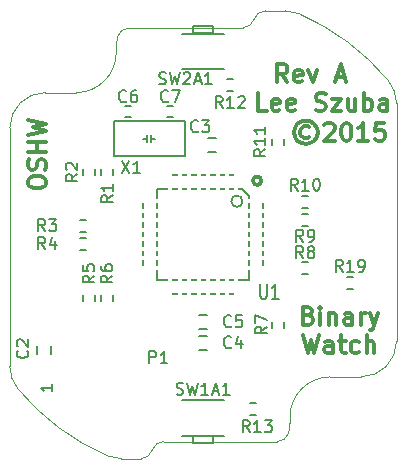
<source format=gto>
%FSLAX46Y46*%
G04 Gerber Fmt 4.6, Leading zero omitted, Abs format (unit mm)*
G04 Created by KiCad (PCBNEW (2014-jul-16 BZR unknown)-product) date Fri 15 May 2015 05:11:27 PM EDT*
%MOMM*%
G01*
G04 APERTURE LIST*
%ADD10C,0.150000*%
%ADD11C,0.300000*%
%ADD12C,0.010000*%
%ADD13C,0.152400*%
%ADD14C,0.203200*%
%ADD15R,0.800000X0.750000*%
%ADD16R,0.600000X0.500000*%
%ADD17R,0.600000X0.400000*%
%ADD18R,0.400000X0.600000*%
%ADD19C,0.710000*%
%ADD20R,1.400000X1.050000*%
%ADD21R,0.449580X1.998980*%
%ADD22R,1.998980X0.449580*%
%ADD23R,1.700000X1.900000*%
%ADD24R,0.750000X0.800000*%
%ADD25R,1.524000X1.524000*%
%ADD26C,0.889000*%
G04 APERTURE END LIST*
D10*
D11*
X-14821429Y4300000D02*
X-14821429Y4585714D01*
X-14750000Y4728572D01*
X-14607143Y4871429D01*
X-14321429Y4942857D01*
X-13821429Y4942857D01*
X-13535714Y4871429D01*
X-13392857Y4728572D01*
X-13321429Y4585714D01*
X-13321429Y4300000D01*
X-13392857Y4157143D01*
X-13535714Y4014286D01*
X-13821429Y3942857D01*
X-14321429Y3942857D01*
X-14607143Y4014286D01*
X-14750000Y4157143D01*
X-14821429Y4300000D01*
X-13392857Y5514286D02*
X-13321429Y5728572D01*
X-13321429Y6085715D01*
X-13392857Y6228572D01*
X-13464286Y6300001D01*
X-13607143Y6371429D01*
X-13750000Y6371429D01*
X-13892857Y6300001D01*
X-13964286Y6228572D01*
X-14035714Y6085715D01*
X-14107143Y5800001D01*
X-14178571Y5657143D01*
X-14250000Y5585715D01*
X-14392857Y5514286D01*
X-14535714Y5514286D01*
X-14678571Y5585715D01*
X-14750000Y5657143D01*
X-14821429Y5800001D01*
X-14821429Y6157143D01*
X-14750000Y6371429D01*
X-13321429Y7014286D02*
X-14821429Y7014286D01*
X-14107143Y7014286D02*
X-14107143Y7871429D01*
X-13321429Y7871429D02*
X-14821429Y7871429D01*
X-14821429Y8442858D02*
X-13321429Y8800001D01*
X-14392857Y9085715D01*
X-13321429Y9371429D01*
X-14821429Y9728572D01*
X8914143Y-6820857D02*
X9128429Y-6892286D01*
X9199857Y-6963714D01*
X9271286Y-7106571D01*
X9271286Y-7320857D01*
X9199857Y-7463714D01*
X9128429Y-7535143D01*
X8985571Y-7606571D01*
X8414143Y-7606571D01*
X8414143Y-6106571D01*
X8914143Y-6106571D01*
X9057000Y-6178000D01*
X9128429Y-6249429D01*
X9199857Y-6392286D01*
X9199857Y-6535143D01*
X9128429Y-6678000D01*
X9057000Y-6749429D01*
X8914143Y-6820857D01*
X8414143Y-6820857D01*
X9914143Y-7606571D02*
X9914143Y-6606571D01*
X9914143Y-6106571D02*
X9842714Y-6178000D01*
X9914143Y-6249429D01*
X9985571Y-6178000D01*
X9914143Y-6106571D01*
X9914143Y-6249429D01*
X10628429Y-6606571D02*
X10628429Y-7606571D01*
X10628429Y-6749429D02*
X10699857Y-6678000D01*
X10842715Y-6606571D01*
X11057000Y-6606571D01*
X11199857Y-6678000D01*
X11271286Y-6820857D01*
X11271286Y-7606571D01*
X12628429Y-7606571D02*
X12628429Y-6820857D01*
X12557000Y-6678000D01*
X12414143Y-6606571D01*
X12128429Y-6606571D01*
X11985572Y-6678000D01*
X12628429Y-7535143D02*
X12485572Y-7606571D01*
X12128429Y-7606571D01*
X11985572Y-7535143D01*
X11914143Y-7392286D01*
X11914143Y-7249429D01*
X11985572Y-7106571D01*
X12128429Y-7035143D01*
X12485572Y-7035143D01*
X12628429Y-6963714D01*
X13342715Y-7606571D02*
X13342715Y-6606571D01*
X13342715Y-6892286D02*
X13414143Y-6749429D01*
X13485572Y-6678000D01*
X13628429Y-6606571D01*
X13771286Y-6606571D01*
X14128429Y-6606571D02*
X14485572Y-7606571D01*
X14842714Y-6606571D02*
X14485572Y-7606571D01*
X14342714Y-7963714D01*
X14271286Y-8035143D01*
X14128429Y-8106571D01*
X8485572Y-8506571D02*
X8842715Y-10006571D01*
X9128429Y-8935143D01*
X9414143Y-10006571D01*
X9771286Y-8506571D01*
X10985572Y-10006571D02*
X10985572Y-9220857D01*
X10914143Y-9078000D01*
X10771286Y-9006571D01*
X10485572Y-9006571D01*
X10342715Y-9078000D01*
X10985572Y-9935143D02*
X10842715Y-10006571D01*
X10485572Y-10006571D01*
X10342715Y-9935143D01*
X10271286Y-9792286D01*
X10271286Y-9649429D01*
X10342715Y-9506571D01*
X10485572Y-9435143D01*
X10842715Y-9435143D01*
X10985572Y-9363714D01*
X11485572Y-9006571D02*
X12057001Y-9006571D01*
X11699858Y-8506571D02*
X11699858Y-9792286D01*
X11771286Y-9935143D01*
X11914144Y-10006571D01*
X12057001Y-10006571D01*
X13199858Y-9935143D02*
X13057001Y-10006571D01*
X12771287Y-10006571D01*
X12628429Y-9935143D01*
X12557001Y-9863714D01*
X12485572Y-9720857D01*
X12485572Y-9292286D01*
X12557001Y-9149429D01*
X12628429Y-9078000D01*
X12771287Y-9006571D01*
X13057001Y-9006571D01*
X13199858Y-9078000D01*
X13842715Y-10006571D02*
X13842715Y-8506571D01*
X14485572Y-10006571D02*
X14485572Y-9220857D01*
X14414143Y-9078000D01*
X14271286Y-9006571D01*
X14057001Y-9006571D01*
X13914143Y-9078000D01*
X13842715Y-9149429D01*
X7135715Y12921429D02*
X6635715Y13635714D01*
X6278572Y12921429D02*
X6278572Y14421429D01*
X6850000Y14421429D01*
X6992858Y14350000D01*
X7064286Y14278571D01*
X7135715Y14135714D01*
X7135715Y13921429D01*
X7064286Y13778571D01*
X6992858Y13707143D01*
X6850000Y13635714D01*
X6278572Y13635714D01*
X8350000Y12992857D02*
X8207143Y12921429D01*
X7921429Y12921429D01*
X7778572Y12992857D01*
X7707143Y13135714D01*
X7707143Y13707143D01*
X7778572Y13850000D01*
X7921429Y13921429D01*
X8207143Y13921429D01*
X8350000Y13850000D01*
X8421429Y13707143D01*
X8421429Y13564286D01*
X7707143Y13421429D01*
X8921429Y13921429D02*
X9278572Y12921429D01*
X9635714Y13921429D01*
X11278571Y13350000D02*
X11992857Y13350000D01*
X11135714Y12921429D02*
X11635714Y14421429D01*
X12135714Y12921429D01*
X8985573Y9100286D02*
X8842715Y9171714D01*
X8557001Y9171714D01*
X8414144Y9100286D01*
X8271287Y8957429D01*
X8199858Y8814571D01*
X8199858Y8528857D01*
X8271287Y8386000D01*
X8414144Y8243143D01*
X8557001Y8171714D01*
X8842715Y8171714D01*
X8985573Y8243143D01*
X8699858Y9671714D02*
X8342715Y9600286D01*
X7985573Y9386000D01*
X7771287Y9028857D01*
X7699858Y8671714D01*
X7771287Y8314571D01*
X7985573Y7957429D01*
X8342715Y7743143D01*
X8699858Y7671714D01*
X9057001Y7743143D01*
X9414144Y7957429D01*
X9628430Y8314571D01*
X9699858Y8671714D01*
X9628430Y9028857D01*
X9414144Y9386000D01*
X9057001Y9600286D01*
X8699858Y9671714D01*
X10271287Y9314571D02*
X10342716Y9386000D01*
X10485573Y9457429D01*
X10842716Y9457429D01*
X10985573Y9386000D01*
X11057002Y9314571D01*
X11128430Y9171714D01*
X11128430Y9028857D01*
X11057002Y8814571D01*
X10199859Y7957429D01*
X11128430Y7957429D01*
X12057001Y9457429D02*
X12199858Y9457429D01*
X12342715Y9386000D01*
X12414144Y9314571D01*
X12485573Y9171714D01*
X12557001Y8886000D01*
X12557001Y8528857D01*
X12485573Y8243143D01*
X12414144Y8100286D01*
X12342715Y8028857D01*
X12199858Y7957429D01*
X12057001Y7957429D01*
X11914144Y8028857D01*
X11842715Y8100286D01*
X11771287Y8243143D01*
X11699858Y8528857D01*
X11699858Y8886000D01*
X11771287Y9171714D01*
X11842715Y9314571D01*
X11914144Y9386000D01*
X12057001Y9457429D01*
X13985572Y7957429D02*
X13128429Y7957429D01*
X13557001Y7957429D02*
X13557001Y9457429D01*
X13414144Y9243143D01*
X13271286Y9100286D01*
X13128429Y9028857D01*
X15342715Y9457429D02*
X14628429Y9457429D01*
X14557000Y8743143D01*
X14628429Y8814571D01*
X14771286Y8886000D01*
X15128429Y8886000D01*
X15271286Y8814571D01*
X15342715Y8743143D01*
X15414143Y8600286D01*
X15414143Y8243143D01*
X15342715Y8100286D01*
X15271286Y8028857D01*
X15128429Y7957429D01*
X14771286Y7957429D01*
X14628429Y8028857D01*
X14557000Y8100286D01*
X5389429Y10497429D02*
X4675143Y10497429D01*
X4675143Y11997429D01*
X6460857Y10568857D02*
X6318000Y10497429D01*
X6032286Y10497429D01*
X5889429Y10568857D01*
X5818000Y10711714D01*
X5818000Y11283143D01*
X5889429Y11426000D01*
X6032286Y11497429D01*
X6318000Y11497429D01*
X6460857Y11426000D01*
X6532286Y11283143D01*
X6532286Y11140286D01*
X5818000Y10997429D01*
X7746571Y10568857D02*
X7603714Y10497429D01*
X7318000Y10497429D01*
X7175143Y10568857D01*
X7103714Y10711714D01*
X7103714Y11283143D01*
X7175143Y11426000D01*
X7318000Y11497429D01*
X7603714Y11497429D01*
X7746571Y11426000D01*
X7818000Y11283143D01*
X7818000Y11140286D01*
X7103714Y10997429D01*
X9532285Y10568857D02*
X9746571Y10497429D01*
X10103714Y10497429D01*
X10246571Y10568857D01*
X10318000Y10640286D01*
X10389428Y10783143D01*
X10389428Y10926000D01*
X10318000Y11068857D01*
X10246571Y11140286D01*
X10103714Y11211714D01*
X9818000Y11283143D01*
X9675142Y11354571D01*
X9603714Y11426000D01*
X9532285Y11568857D01*
X9532285Y11711714D01*
X9603714Y11854571D01*
X9675142Y11926000D01*
X9818000Y11997429D01*
X10175142Y11997429D01*
X10389428Y11926000D01*
X10889428Y11497429D02*
X11675142Y11497429D01*
X10889428Y10497429D01*
X11675142Y10497429D01*
X12889428Y11497429D02*
X12889428Y10497429D01*
X12246571Y11497429D02*
X12246571Y10711714D01*
X12317999Y10568857D01*
X12460857Y10497429D01*
X12675142Y10497429D01*
X12817999Y10568857D01*
X12889428Y10640286D01*
X13603714Y10497429D02*
X13603714Y11997429D01*
X13603714Y11426000D02*
X13746571Y11497429D01*
X14032285Y11497429D01*
X14175142Y11426000D01*
X14246571Y11354571D01*
X14318000Y11211714D01*
X14318000Y10783143D01*
X14246571Y10640286D01*
X14175142Y10568857D01*
X14032285Y10497429D01*
X13746571Y10497429D01*
X13603714Y10568857D01*
X15603714Y10497429D02*
X15603714Y11283143D01*
X15532285Y11426000D01*
X15389428Y11497429D01*
X15103714Y11497429D01*
X14960857Y11426000D01*
X15603714Y10568857D02*
X15460857Y10497429D01*
X15103714Y10497429D01*
X14960857Y10568857D01*
X14889428Y10711714D01*
X14889428Y10854571D01*
X14960857Y10997429D01*
X15103714Y11068857D01*
X15460857Y11068857D01*
X15603714Y11140286D01*
X4931210Y4572000D02*
G75*
G03X4931210Y4572000I-359210J0D01*
G74*
G01*
D12*
X-6279774Y17513859D02*
X3350000Y17513859D01*
X-7241037Y16789496D02*
G75*
G02X-6279774Y17513859I961263J-275638D01*
G74*
G01*
X-7356884Y15967105D02*
G75*
G02X-7241219Y16788858I2999998J-3246D01*
G74*
G01*
X-7356886Y15963859D02*
X-7356886Y15434116D01*
X-7356886Y15434116D02*
G75*
G02X-10756886Y12034116I-3400000J0D01*
G74*
G01*
X-10756886Y12034116D02*
X-13373666Y12034116D01*
X-16373661Y9039352D02*
G75*
G02X-13373666Y12034116I2999995J-5236D01*
G74*
G01*
X-16373667Y9034116D02*
X-16373667Y-11131265D01*
X-15681866Y-13047567D02*
G75*
G02X-16373667Y-11131265I2308197J1916302D01*
G74*
G01*
X-8143775Y-18703981D02*
G75*
G02X-15679470Y-13050448I8143775J18703983D01*
G74*
G01*
X-6924282Y-18963859D02*
G75*
G02X-8115544Y-18716248I2203J2999999D01*
G74*
G01*
X-6922082Y-18963860D02*
X-5272889Y-18963860D01*
X-4311626Y-18239497D02*
G75*
G02X-5272889Y-18963860I-961263J275638D01*
G74*
G01*
X-4311262Y-18238222D02*
G75*
G02X-3350000Y-17513859I961262J-275637D01*
G74*
G01*
X6279774Y-17513859D02*
X-3350000Y-17513859D01*
X7241037Y-16789496D02*
G75*
G02X6279774Y-17513859I-961263J275638D01*
G74*
G01*
X7356884Y-15967105D02*
G75*
G02X7241219Y-16788858I-2999998J3246D01*
G74*
G01*
X7356886Y-15963859D02*
X7356886Y-15434116D01*
X7356886Y-15434116D02*
G75*
G02X10756886Y-12034116I3400000J0D01*
G74*
G01*
X10756886Y-12034116D02*
X13373666Y-12034116D01*
X16373661Y-9039352D02*
G75*
G02X13373666Y-12034116I-2999995J5236D01*
G74*
G01*
X16373667Y-9034116D02*
X16373667Y11131265D01*
X15681866Y13047567D02*
G75*
G02X16373667Y11131265I-2308197J-1916302D01*
G74*
G01*
X8143775Y18703981D02*
G75*
G02X15679470Y13050448I-8143775J-18703983D01*
G74*
G01*
X6924282Y18963859D02*
G75*
G02X8115544Y18716248I-2203J-2999999D01*
G74*
G01*
X6922082Y18963860D02*
X5272889Y18963860D01*
X4311626Y18239497D02*
G75*
G02X5272889Y18963860I961263J-275638D01*
G74*
G01*
X4311262Y18238222D02*
G75*
G02X3350000Y17513859I-961262J275637D01*
G74*
G01*
D10*
X412000Y8220000D02*
X1112000Y8220000D01*
X1112000Y7020000D02*
X412000Y7020000D01*
X-350000Y-8544000D02*
X350000Y-8544000D01*
X350000Y-9744000D02*
X-350000Y-9744000D01*
X-350000Y-6766000D02*
X350000Y-6766000D01*
X350000Y-7966000D02*
X-350000Y-7966000D01*
X-6100000Y10889000D02*
X-6600000Y10889000D01*
X-6600000Y9939000D02*
X-6100000Y9939000D01*
X-3044000Y9939000D02*
X-2544000Y9939000D01*
X-2544000Y10889000D02*
X-3044000Y10889000D01*
X-8653000Y5584000D02*
X-8653000Y5084000D01*
X-7603000Y5084000D02*
X-7603000Y5584000D01*
X-10177000Y5584000D02*
X-10177000Y5084000D01*
X-9127000Y5084000D02*
X-9127000Y5584000D01*
X-10410000Y237000D02*
X-9910000Y237000D01*
X-9910000Y1287000D02*
X-10410000Y1287000D01*
X-10410000Y-1287000D02*
X-9910000Y-1287000D01*
X-9910000Y-237000D02*
X-10410000Y-237000D01*
X-9127000Y-5584000D02*
X-9127000Y-5084000D01*
X-10177000Y-5084000D02*
X-10177000Y-5584000D01*
X-7603000Y-5584000D02*
X-7603000Y-5084000D01*
X-8653000Y-5084000D02*
X-8653000Y-5584000D01*
X6875000Y-7870000D02*
X6875000Y-7370000D01*
X5825000Y-7370000D02*
X5825000Y-7870000D01*
X8886000Y-2269000D02*
X8386000Y-2269000D01*
X8386000Y-3319000D02*
X8886000Y-3319000D01*
X8886000Y1795000D02*
X8386000Y1795000D01*
X8386000Y745000D02*
X8886000Y745000D01*
X8886000Y3319000D02*
X8386000Y3319000D01*
X8386000Y2269000D02*
X8886000Y2269000D01*
X6875000Y7624000D02*
X6875000Y8124000D01*
X5825000Y8124000D02*
X5825000Y7624000D01*
X2536000Y13225000D02*
X2036000Y13225000D01*
X2036000Y12175000D02*
X2536000Y12175000D01*
X4441000Y-14207000D02*
X3941000Y-14207000D01*
X3941000Y-15257000D02*
X4441000Y-15257000D01*
X12696000Y-3539000D02*
X12196000Y-3539000D01*
X12196000Y-4589000D02*
X12696000Y-4589000D01*
X-850000Y-17050000D02*
X850000Y-17050000D01*
X-850000Y-17650000D02*
X850000Y-17650000D01*
X-850000Y-17650000D02*
X-850000Y-17000000D01*
X850000Y-17650000D02*
X850000Y-17000000D01*
X1750000Y-17000000D02*
X-1750000Y-17000000D01*
X1750000Y-14000000D02*
X-1750000Y-14000000D01*
X850000Y17050000D02*
X-850000Y17050000D01*
X850000Y17650000D02*
X-850000Y17650000D01*
X850000Y17650000D02*
X850000Y17000000D01*
X-850000Y17650000D02*
X-850000Y17000000D01*
X-1750000Y17000000D02*
X1750000Y17000000D01*
X-1750000Y14000000D02*
X1750000Y14000000D01*
D13*
X-2768600Y-5029200D02*
X-2768600Y-3886200D01*
X2768600Y-5029200D02*
X2768600Y-3911600D01*
X-2768600Y-5029200D02*
X2768600Y-5029200D01*
X-3962400Y-2794000D02*
X-5054600Y-2794000D01*
X-3987800Y2819400D02*
X-5054600Y2819400D01*
X-5054600Y2844800D02*
X-5080000Y-2794000D01*
X5029200Y2794000D02*
X5054600Y-2717800D01*
X3276600Y3886200D02*
X-3911600Y3886200D01*
X5029200Y-2743200D02*
X3987800Y-2743200D01*
X3886200Y3251200D02*
X3886200Y-3810000D01*
X-3937000Y-3860800D02*
X3784600Y-3860800D01*
X-3937000Y3886200D02*
X-3937000Y-3733800D01*
X2844800Y5029200D02*
X-2794000Y5029200D01*
X-2794000Y5029200D02*
X-2794000Y3886200D01*
X3302000Y3876040D02*
X3886200Y3291840D01*
X2844800Y5024120D02*
X2844800Y3876040D01*
X3886200Y2794000D02*
X5034280Y2794000D01*
X3339286Y2839720D02*
G75*
G03X3339286Y2839720I-479246J0D01*
G74*
G01*
D10*
X-4372000Y8128000D02*
X-4072000Y8128000D01*
X-4772000Y8128000D02*
X-5072000Y8128000D01*
X-4372000Y7828000D02*
X-4372000Y8428000D01*
X-4772000Y7828000D02*
X-4772000Y8428000D01*
X-1572000Y9628000D02*
X-7572000Y9628000D01*
X-7572000Y9628000D02*
X-7572000Y6628000D01*
X-7572000Y6628000D02*
X-1572000Y6628000D01*
X-1572000Y6628000D02*
X-1572000Y9628000D01*
X-14100000Y-10100000D02*
X-14100000Y-9400000D01*
X-12900000Y-9400000D02*
X-12900000Y-10100000D01*
X-420666Y8786857D02*
X-468285Y8739238D01*
X-611142Y8691619D01*
X-706380Y8691619D01*
X-849238Y8739238D01*
X-944476Y8834476D01*
X-992095Y8929714D01*
X-1039714Y9120190D01*
X-1039714Y9263048D01*
X-992095Y9453524D01*
X-944476Y9548762D01*
X-849238Y9644000D01*
X-706380Y9691619D01*
X-611142Y9691619D01*
X-468285Y9644000D01*
X-420666Y9596381D01*
X-87333Y9691619D02*
X531715Y9691619D01*
X198381Y9310667D01*
X341239Y9310667D01*
X436477Y9263048D01*
X484096Y9215429D01*
X531715Y9120190D01*
X531715Y8882095D01*
X484096Y8786857D01*
X436477Y8739238D01*
X341239Y8691619D01*
X55524Y8691619D01*
X-39714Y8739238D01*
X-87333Y8786857D01*
X2373334Y-9501143D02*
X2325715Y-9548762D01*
X2182858Y-9596381D01*
X2087620Y-9596381D01*
X1944762Y-9548762D01*
X1849524Y-9453524D01*
X1801905Y-9358286D01*
X1754286Y-9167810D01*
X1754286Y-9024952D01*
X1801905Y-8834476D01*
X1849524Y-8739238D01*
X1944762Y-8644000D01*
X2087620Y-8596381D01*
X2182858Y-8596381D01*
X2325715Y-8644000D01*
X2373334Y-8691619D01*
X3230477Y-8929714D02*
X3230477Y-9596381D01*
X2992381Y-8548762D02*
X2754286Y-9263048D01*
X3373334Y-9263048D01*
X2373334Y-7723143D02*
X2325715Y-7770762D01*
X2182858Y-7818381D01*
X2087620Y-7818381D01*
X1944762Y-7770762D01*
X1849524Y-7675524D01*
X1801905Y-7580286D01*
X1754286Y-7389810D01*
X1754286Y-7246952D01*
X1801905Y-7056476D01*
X1849524Y-6961238D01*
X1944762Y-6866000D01*
X2087620Y-6818381D01*
X2182858Y-6818381D01*
X2325715Y-6866000D01*
X2373334Y-6913619D01*
X3278096Y-6818381D02*
X2801905Y-6818381D01*
X2754286Y-7294571D01*
X2801905Y-7246952D01*
X2897143Y-7199333D01*
X3135239Y-7199333D01*
X3230477Y-7246952D01*
X3278096Y-7294571D01*
X3325715Y-7389810D01*
X3325715Y-7627905D01*
X3278096Y-7723143D01*
X3230477Y-7770762D01*
X3135239Y-7818381D01*
X2897143Y-7818381D01*
X2801905Y-7770762D01*
X2754286Y-7723143D01*
X-6516666Y11326857D02*
X-6564285Y11279238D01*
X-6707142Y11231619D01*
X-6802380Y11231619D01*
X-6945238Y11279238D01*
X-7040476Y11374476D01*
X-7088095Y11469714D01*
X-7135714Y11660190D01*
X-7135714Y11803048D01*
X-7088095Y11993524D01*
X-7040476Y12088762D01*
X-6945238Y12184000D01*
X-6802380Y12231619D01*
X-6707142Y12231619D01*
X-6564285Y12184000D01*
X-6516666Y12136381D01*
X-5659523Y12231619D02*
X-5850000Y12231619D01*
X-5945238Y12184000D01*
X-5992857Y12136381D01*
X-6088095Y11993524D01*
X-6135714Y11803048D01*
X-6135714Y11422095D01*
X-6088095Y11326857D01*
X-6040476Y11279238D01*
X-5945238Y11231619D01*
X-5754761Y11231619D01*
X-5659523Y11279238D01*
X-5611904Y11326857D01*
X-5564285Y11422095D01*
X-5564285Y11660190D01*
X-5611904Y11755429D01*
X-5659523Y11803048D01*
X-5754761Y11850667D01*
X-5945238Y11850667D01*
X-6040476Y11803048D01*
X-6088095Y11755429D01*
X-6135714Y11660190D01*
X-2960666Y11326857D02*
X-3008285Y11279238D01*
X-3151142Y11231619D01*
X-3246380Y11231619D01*
X-3389238Y11279238D01*
X-3484476Y11374476D01*
X-3532095Y11469714D01*
X-3579714Y11660190D01*
X-3579714Y11803048D01*
X-3532095Y11993524D01*
X-3484476Y12088762D01*
X-3389238Y12184000D01*
X-3246380Y12231619D01*
X-3151142Y12231619D01*
X-3008285Y12184000D01*
X-2960666Y12136381D01*
X-2627333Y12231619D02*
X-1960666Y12231619D01*
X-2389238Y11231619D01*
X-7647619Y3333334D02*
X-8123810Y3000000D01*
X-7647619Y2761905D02*
X-8647619Y2761905D01*
X-8647619Y3142858D01*
X-8600000Y3238096D01*
X-8552381Y3285715D01*
X-8457143Y3333334D01*
X-8314286Y3333334D01*
X-8219048Y3285715D01*
X-8171429Y3238096D01*
X-8123810Y3142858D01*
X-8123810Y2761905D01*
X-7647619Y4285715D02*
X-7647619Y3714286D01*
X-7647619Y4000000D02*
X-8647619Y4000000D01*
X-8504762Y3904762D01*
X-8409524Y3809524D01*
X-8361905Y3714286D01*
X-10647619Y5133334D02*
X-11123810Y4800000D01*
X-10647619Y4561905D02*
X-11647619Y4561905D01*
X-11647619Y4942858D01*
X-11600000Y5038096D01*
X-11552381Y5085715D01*
X-11457143Y5133334D01*
X-11314286Y5133334D01*
X-11219048Y5085715D01*
X-11171429Y5038096D01*
X-11123810Y4942858D01*
X-11123810Y4561905D01*
X-11552381Y5514286D02*
X-11600000Y5561905D01*
X-11647619Y5657143D01*
X-11647619Y5895239D01*
X-11600000Y5990477D01*
X-11552381Y6038096D01*
X-11457143Y6085715D01*
X-11361905Y6085715D01*
X-11219048Y6038096D01*
X-10647619Y5466667D01*
X-10647619Y6085715D01*
X-13374666Y309619D02*
X-13708000Y785810D01*
X-13946095Y309619D02*
X-13946095Y1309619D01*
X-13565142Y1309619D01*
X-13469904Y1262000D01*
X-13422285Y1214381D01*
X-13374666Y1119143D01*
X-13374666Y976286D01*
X-13422285Y881048D01*
X-13469904Y833429D01*
X-13565142Y785810D01*
X-13946095Y785810D01*
X-13041333Y1309619D02*
X-12422285Y1309619D01*
X-12755619Y928667D01*
X-12612761Y928667D01*
X-12517523Y881048D01*
X-12469904Y833429D01*
X-12422285Y738190D01*
X-12422285Y500095D01*
X-12469904Y404857D01*
X-12517523Y357238D01*
X-12612761Y309619D01*
X-12898476Y309619D01*
X-12993714Y357238D01*
X-13041333Y404857D01*
X-13374666Y-1214381D02*
X-13708000Y-738190D01*
X-13946095Y-1214381D02*
X-13946095Y-214381D01*
X-13565142Y-214381D01*
X-13469904Y-262000D01*
X-13422285Y-309619D01*
X-13374666Y-404857D01*
X-13374666Y-547714D01*
X-13422285Y-642952D01*
X-13469904Y-690571D01*
X-13565142Y-738190D01*
X-13946095Y-738190D01*
X-12517523Y-547714D02*
X-12517523Y-1214381D01*
X-12755619Y-166762D02*
X-12993714Y-881048D01*
X-12374666Y-881048D01*
X-9199619Y-3468666D02*
X-9675810Y-3802000D01*
X-9199619Y-4040095D02*
X-10199619Y-4040095D01*
X-10199619Y-3659142D01*
X-10152000Y-3563904D01*
X-10104381Y-3516285D01*
X-10009143Y-3468666D01*
X-9866286Y-3468666D01*
X-9771048Y-3516285D01*
X-9723429Y-3563904D01*
X-9675810Y-3659142D01*
X-9675810Y-4040095D01*
X-10199619Y-2563904D02*
X-10199619Y-3040095D01*
X-9723429Y-3087714D01*
X-9771048Y-3040095D01*
X-9818667Y-2944857D01*
X-9818667Y-2706761D01*
X-9771048Y-2611523D01*
X-9723429Y-2563904D01*
X-9628190Y-2516285D01*
X-9390095Y-2516285D01*
X-9294857Y-2563904D01*
X-9247238Y-2611523D01*
X-9199619Y-2706761D01*
X-9199619Y-2944857D01*
X-9247238Y-3040095D01*
X-9294857Y-3087714D01*
X-7675619Y-3468666D02*
X-8151810Y-3802000D01*
X-7675619Y-4040095D02*
X-8675619Y-4040095D01*
X-8675619Y-3659142D01*
X-8628000Y-3563904D01*
X-8580381Y-3516285D01*
X-8485143Y-3468666D01*
X-8342286Y-3468666D01*
X-8247048Y-3516285D01*
X-8199429Y-3563904D01*
X-8151810Y-3659142D01*
X-8151810Y-4040095D01*
X-8675619Y-2611523D02*
X-8675619Y-2802000D01*
X-8628000Y-2897238D01*
X-8580381Y-2944857D01*
X-8437524Y-3040095D01*
X-8247048Y-3087714D01*
X-7866095Y-3087714D01*
X-7770857Y-3040095D01*
X-7723238Y-2992476D01*
X-7675619Y-2897238D01*
X-7675619Y-2706761D01*
X-7723238Y-2611523D01*
X-7770857Y-2563904D01*
X-7866095Y-2516285D01*
X-8104190Y-2516285D01*
X-8199429Y-2563904D01*
X-8247048Y-2611523D01*
X-8294667Y-2706761D01*
X-8294667Y-2897238D01*
X-8247048Y-2992476D01*
X-8199429Y-3040095D01*
X-8104190Y-3087714D01*
X5405381Y-7786666D02*
X4929190Y-8120000D01*
X5405381Y-8358095D02*
X4405381Y-8358095D01*
X4405381Y-7977142D01*
X4453000Y-7881904D01*
X4500619Y-7834285D01*
X4595857Y-7786666D01*
X4738714Y-7786666D01*
X4833952Y-7834285D01*
X4881571Y-7881904D01*
X4929190Y-7977142D01*
X4929190Y-8358095D01*
X4405381Y-7453333D02*
X4405381Y-6786666D01*
X5405381Y-7215238D01*
X8469334Y-1976381D02*
X8136000Y-1500190D01*
X7897905Y-1976381D02*
X7897905Y-976381D01*
X8278858Y-976381D01*
X8374096Y-1024000D01*
X8421715Y-1071619D01*
X8469334Y-1166857D01*
X8469334Y-1309714D01*
X8421715Y-1404952D01*
X8374096Y-1452571D01*
X8278858Y-1500190D01*
X7897905Y-1500190D01*
X9040762Y-1404952D02*
X8945524Y-1357333D01*
X8897905Y-1309714D01*
X8850286Y-1214476D01*
X8850286Y-1166857D01*
X8897905Y-1071619D01*
X8945524Y-1024000D01*
X9040762Y-976381D01*
X9231239Y-976381D01*
X9326477Y-1024000D01*
X9374096Y-1071619D01*
X9421715Y-1166857D01*
X9421715Y-1214476D01*
X9374096Y-1309714D01*
X9326477Y-1357333D01*
X9231239Y-1404952D01*
X9040762Y-1404952D01*
X8945524Y-1452571D01*
X8897905Y-1500190D01*
X8850286Y-1595429D01*
X8850286Y-1785905D01*
X8897905Y-1881143D01*
X8945524Y-1928762D01*
X9040762Y-1976381D01*
X9231239Y-1976381D01*
X9326477Y-1928762D01*
X9374096Y-1881143D01*
X9421715Y-1785905D01*
X9421715Y-1595429D01*
X9374096Y-1500190D01*
X9326477Y-1452571D01*
X9231239Y-1404952D01*
X8469334Y-579381D02*
X8136000Y-103190D01*
X7897905Y-579381D02*
X7897905Y420619D01*
X8278858Y420619D01*
X8374096Y373000D01*
X8421715Y325381D01*
X8469334Y230143D01*
X8469334Y87286D01*
X8421715Y-7952D01*
X8374096Y-55571D01*
X8278858Y-103190D01*
X7897905Y-103190D01*
X8945524Y-579381D02*
X9136000Y-579381D01*
X9231239Y-531762D01*
X9278858Y-484143D01*
X9374096Y-341286D01*
X9421715Y-150810D01*
X9421715Y230143D01*
X9374096Y325381D01*
X9326477Y373000D01*
X9231239Y420619D01*
X9040762Y420619D01*
X8945524Y373000D01*
X8897905Y325381D01*
X8850286Y230143D01*
X8850286Y-7952D01*
X8897905Y-103190D01*
X8945524Y-150810D01*
X9040762Y-198429D01*
X9231239Y-198429D01*
X9326477Y-150810D01*
X9374096Y-103190D01*
X9421715Y-7952D01*
X7993143Y3738619D02*
X7659809Y4214810D01*
X7421714Y3738619D02*
X7421714Y4738619D01*
X7802667Y4738619D01*
X7897905Y4691000D01*
X7945524Y4643381D01*
X7993143Y4548143D01*
X7993143Y4405286D01*
X7945524Y4310048D01*
X7897905Y4262429D01*
X7802667Y4214810D01*
X7421714Y4214810D01*
X8945524Y3738619D02*
X8374095Y3738619D01*
X8659809Y3738619D02*
X8659809Y4738619D01*
X8564571Y4595762D01*
X8469333Y4500524D01*
X8374095Y4452905D01*
X9564571Y4738619D02*
X9659810Y4738619D01*
X9755048Y4691000D01*
X9802667Y4643381D01*
X9850286Y4548143D01*
X9897905Y4357667D01*
X9897905Y4119571D01*
X9850286Y3929095D01*
X9802667Y3833857D01*
X9755048Y3786238D01*
X9659810Y3738619D01*
X9564571Y3738619D01*
X9469333Y3786238D01*
X9421714Y3833857D01*
X9374095Y3929095D01*
X9326476Y4119571D01*
X9326476Y4357667D01*
X9374095Y4548143D01*
X9421714Y4643381D01*
X9469333Y4691000D01*
X9564571Y4738619D01*
X5278381Y7231143D02*
X4802190Y6897809D01*
X5278381Y6659714D02*
X4278381Y6659714D01*
X4278381Y7040667D01*
X4326000Y7135905D01*
X4373619Y7183524D01*
X4468857Y7231143D01*
X4611714Y7231143D01*
X4706952Y7183524D01*
X4754571Y7135905D01*
X4802190Y7040667D01*
X4802190Y6659714D01*
X5278381Y8183524D02*
X5278381Y7612095D01*
X5278381Y7897809D02*
X4278381Y7897809D01*
X4421238Y7802571D01*
X4516476Y7707333D01*
X4564095Y7612095D01*
X5278381Y9135905D02*
X5278381Y8564476D01*
X5278381Y8850190D02*
X4278381Y8850190D01*
X4421238Y8754952D01*
X4516476Y8659714D01*
X4564095Y8564476D01*
X1643143Y10723619D02*
X1309809Y11199810D01*
X1071714Y10723619D02*
X1071714Y11723619D01*
X1452667Y11723619D01*
X1547905Y11676000D01*
X1595524Y11628381D01*
X1643143Y11533143D01*
X1643143Y11390286D01*
X1595524Y11295048D01*
X1547905Y11247429D01*
X1452667Y11199810D01*
X1071714Y11199810D01*
X2595524Y10723619D02*
X2024095Y10723619D01*
X2309809Y10723619D02*
X2309809Y11723619D01*
X2214571Y11580762D01*
X2119333Y11485524D01*
X2024095Y11437905D01*
X2976476Y11628381D02*
X3024095Y11676000D01*
X3119333Y11723619D01*
X3357429Y11723619D01*
X3452667Y11676000D01*
X3500286Y11628381D01*
X3547905Y11533143D01*
X3547905Y11437905D01*
X3500286Y11295048D01*
X2928857Y10723619D01*
X3547905Y10723619D01*
X3929143Y-16708381D02*
X3595809Y-16232190D01*
X3357714Y-16708381D02*
X3357714Y-15708381D01*
X3738667Y-15708381D01*
X3833905Y-15756000D01*
X3881524Y-15803619D01*
X3929143Y-15898857D01*
X3929143Y-16041714D01*
X3881524Y-16136952D01*
X3833905Y-16184571D01*
X3738667Y-16232190D01*
X3357714Y-16232190D01*
X4881524Y-16708381D02*
X4310095Y-16708381D01*
X4595809Y-16708381D02*
X4595809Y-15708381D01*
X4500571Y-15851238D01*
X4405333Y-15946476D01*
X4310095Y-15994095D01*
X5214857Y-15708381D02*
X5833905Y-15708381D01*
X5500571Y-16089333D01*
X5643429Y-16089333D01*
X5738667Y-16136952D01*
X5786286Y-16184571D01*
X5833905Y-16279810D01*
X5833905Y-16517905D01*
X5786286Y-16613143D01*
X5738667Y-16660762D01*
X5643429Y-16708381D01*
X5357714Y-16708381D01*
X5262476Y-16660762D01*
X5214857Y-16613143D01*
X11803143Y-3119381D02*
X11469809Y-2643190D01*
X11231714Y-3119381D02*
X11231714Y-2119381D01*
X11612667Y-2119381D01*
X11707905Y-2167000D01*
X11755524Y-2214619D01*
X11803143Y-2309857D01*
X11803143Y-2452714D01*
X11755524Y-2547952D01*
X11707905Y-2595571D01*
X11612667Y-2643190D01*
X11231714Y-2643190D01*
X12755524Y-3119381D02*
X12184095Y-3119381D01*
X12469809Y-3119381D02*
X12469809Y-2119381D01*
X12374571Y-2262238D01*
X12279333Y-2357476D01*
X12184095Y-2405095D01*
X13231714Y-3119381D02*
X13422190Y-3119381D01*
X13517429Y-3071762D01*
X13565048Y-3024143D01*
X13660286Y-2881286D01*
X13707905Y-2690810D01*
X13707905Y-2309857D01*
X13660286Y-2214619D01*
X13612667Y-2167000D01*
X13517429Y-2119381D01*
X13326952Y-2119381D01*
X13231714Y-2167000D01*
X13184095Y-2214619D01*
X13136476Y-2309857D01*
X13136476Y-2547952D01*
X13184095Y-2643190D01*
X13231714Y-2690810D01*
X13326952Y-2738429D01*
X13517429Y-2738429D01*
X13612667Y-2690810D01*
X13660286Y-2643190D01*
X13707905Y-2547952D01*
X-2238095Y-13485762D02*
X-2095238Y-13533381D01*
X-1857142Y-13533381D01*
X-1761904Y-13485762D01*
X-1714285Y-13438143D01*
X-1666666Y-13342905D01*
X-1666666Y-13247667D01*
X-1714285Y-13152429D01*
X-1761904Y-13104810D01*
X-1857142Y-13057190D01*
X-2047619Y-13009571D01*
X-2142857Y-12961952D01*
X-2190476Y-12914333D01*
X-2238095Y-12819095D01*
X-2238095Y-12723857D01*
X-2190476Y-12628619D01*
X-2142857Y-12581000D01*
X-2047619Y-12533381D01*
X-1809523Y-12533381D01*
X-1666666Y-12581000D01*
X-1333333Y-12533381D02*
X-1095238Y-13533381D01*
X-904761Y-12819095D01*
X-714285Y-13533381D01*
X-476190Y-12533381D01*
X428572Y-13533381D02*
X-142857Y-13533381D01*
X142857Y-13533381D02*
X142857Y-12533381D01*
X47619Y-12676238D01*
X-47619Y-12771476D01*
X-142857Y-12819095D01*
X809524Y-13247667D02*
X1285715Y-13247667D01*
X714286Y-13533381D02*
X1047619Y-12533381D01*
X1380953Y-13533381D01*
X2238096Y-13533381D02*
X1666667Y-13533381D01*
X1952381Y-13533381D02*
X1952381Y-12533381D01*
X1857143Y-12676238D01*
X1761905Y-12771476D01*
X1666667Y-12819095D01*
X-3738095Y12795238D02*
X-3595238Y12747619D01*
X-3357142Y12747619D01*
X-3261904Y12795238D01*
X-3214285Y12842857D01*
X-3166666Y12938095D01*
X-3166666Y13033333D01*
X-3214285Y13128571D01*
X-3261904Y13176190D01*
X-3357142Y13223810D01*
X-3547619Y13271429D01*
X-3642857Y13319048D01*
X-3690476Y13366667D01*
X-3738095Y13461905D01*
X-3738095Y13557143D01*
X-3690476Y13652381D01*
X-3642857Y13700000D01*
X-3547619Y13747619D01*
X-3309523Y13747619D01*
X-3166666Y13700000D01*
X-2833333Y13747619D02*
X-2595238Y12747619D01*
X-2404761Y13461905D01*
X-2214285Y12747619D01*
X-1976190Y13747619D01*
X-1642857Y13652381D02*
X-1595238Y13700000D01*
X-1500000Y13747619D01*
X-1261904Y13747619D01*
X-1166666Y13700000D01*
X-1119047Y13652381D01*
X-1071428Y13557143D01*
X-1071428Y13461905D01*
X-1119047Y13319048D01*
X-1690476Y12747619D01*
X-1071428Y12747619D01*
X-690476Y13033333D02*
X-214285Y13033333D01*
X-785714Y12747619D02*
X-452381Y13747619D01*
X-119047Y12747619D01*
X738096Y12747619D02*
X166667Y12747619D01*
X452381Y12747619D02*
X452381Y13747619D01*
X357143Y13604762D01*
X261905Y13509524D01*
X166667Y13461905D01*
D14*
X4813905Y-4130524D02*
X4813905Y-5158619D01*
X4862286Y-5279571D01*
X4910667Y-5340048D01*
X5007429Y-5400524D01*
X5200952Y-5400524D01*
X5297714Y-5340048D01*
X5346095Y-5279571D01*
X5394476Y-5158619D01*
X5394476Y-4130524D01*
X6410476Y-5400524D02*
X5829905Y-5400524D01*
X6120191Y-5400524D02*
X6120191Y-4130524D01*
X6023429Y-4311952D01*
X5926667Y-4432905D01*
X5829905Y-4493381D01*
D10*
X-6909524Y6247619D02*
X-6242857Y5247619D01*
X-6242857Y6247619D02*
X-6909524Y5247619D01*
X-5338095Y5247619D02*
X-5909524Y5247619D01*
X-5623810Y5247619D02*
X-5623810Y6247619D01*
X-5719048Y6104762D01*
X-5814286Y6009524D01*
X-5909524Y5961905D01*
X-14882857Y-9818666D02*
X-14835238Y-9866285D01*
X-14787619Y-10009142D01*
X-14787619Y-10104380D01*
X-14835238Y-10247238D01*
X-14930476Y-10342476D01*
X-15025714Y-10390095D01*
X-15216190Y-10437714D01*
X-15359048Y-10437714D01*
X-15549524Y-10390095D01*
X-15644762Y-10342476D01*
X-15740000Y-10247238D01*
X-15787619Y-10104380D01*
X-15787619Y-10009142D01*
X-15740000Y-9866285D01*
X-15692381Y-9818666D01*
X-15692381Y-9437714D02*
X-15740000Y-9390095D01*
X-15787619Y-9294857D01*
X-15787619Y-9056761D01*
X-15740000Y-8961523D01*
X-15692381Y-8913904D01*
X-15597143Y-8866285D01*
X-15501905Y-8866285D01*
X-15359048Y-8913904D01*
X-14787619Y-9485333D01*
X-14787619Y-8866285D01*
X-4548095Y-10866381D02*
X-4548095Y-9866381D01*
X-4167142Y-9866381D01*
X-4071904Y-9914000D01*
X-4024285Y-9961619D01*
X-3976666Y-10056857D01*
X-3976666Y-10199714D01*
X-4024285Y-10294952D01*
X-4071904Y-10342571D01*
X-4167142Y-10390190D01*
X-4548095Y-10390190D01*
X-3024285Y-10866381D02*
X-3595714Y-10866381D01*
X-3310000Y-10866381D02*
X-3310000Y-9866381D01*
X-3405238Y-10009238D01*
X-3500476Y-10104476D01*
X-3595714Y-10152095D01*
X-12755619Y-12668285D02*
X-12755619Y-13239714D01*
X-12755619Y-12954000D02*
X-13755619Y-12954000D01*
X-13612762Y-13049238D01*
X-13517524Y-13144476D01*
X-13469905Y-13239714D01*
%LPC*%
D15*
X12000Y7620000D03*
X1512000Y7620000D03*
X-750000Y-9144000D03*
X750000Y-9144000D03*
X-750000Y-7366000D03*
X750000Y-7366000D03*
D16*
X-6900000Y10414000D03*
X-5800000Y10414000D03*
X-2244000Y10414000D03*
X-3344000Y10414000D03*
D17*
X-8128000Y4884000D03*
X-8128000Y5784000D03*
X-9652000Y4884000D03*
X-9652000Y5784000D03*
D18*
X-9710000Y762000D03*
X-10610000Y762000D03*
X-9710000Y-762000D03*
X-10610000Y-762000D03*
D17*
X-9652000Y-4884000D03*
X-9652000Y-5784000D03*
X-8128000Y-4884000D03*
X-8128000Y-5784000D03*
X6350000Y-7170000D03*
X6350000Y-8070000D03*
D18*
X8186000Y-2794000D03*
X9086000Y-2794000D03*
X8186000Y1270000D03*
X9086000Y1270000D03*
X8186000Y2794000D03*
X9086000Y2794000D03*
D17*
X6350000Y8324000D03*
X6350000Y7424000D03*
D18*
X1836000Y12700000D03*
X2736000Y12700000D03*
X3741000Y-14732000D03*
X4641000Y-14732000D03*
X11996000Y-4064000D03*
X12896000Y-4064000D03*
D19*
X0Y-14600000D03*
X0Y-16400000D03*
D20*
X-1800000Y-14775000D03*
X-1800000Y-16225000D03*
X1800000Y-14775000D03*
X1800000Y-16225000D03*
D19*
X0Y14600000D03*
X0Y16400000D03*
D20*
X1800000Y14775000D03*
X1800000Y16225000D03*
X-1800000Y14775000D03*
X-1800000Y16225000D03*
D21*
X-2776220Y4815840D03*
X-1976120Y4815840D03*
X-1176020Y4815840D03*
X-375920Y4815840D03*
X424180Y4815840D03*
X1224280Y4815840D03*
X2024380Y4815840D03*
X2824480Y4815840D03*
X2819400Y-4749800D03*
X-2794000Y-4749800D03*
X-1981200Y-4749800D03*
X-1168400Y-4749800D03*
X-381000Y-4749800D03*
X431800Y-4749800D03*
X1219200Y-4749800D03*
X2032000Y-4749800D03*
D22*
X4826000Y2824480D03*
X4826000Y2026920D03*
X4826000Y1224280D03*
X4826000Y426720D03*
X4826000Y-375920D03*
X4826000Y-1173480D03*
X4826000Y-1976120D03*
X4826000Y-2773680D03*
X-4775200Y2819400D03*
X-4775200Y2032000D03*
X-4775200Y1219200D03*
X-4775200Y431800D03*
X-4775200Y-355600D03*
X-4775200Y-1168400D03*
X-4775200Y-1981200D03*
X-4775200Y-2794000D03*
D23*
X-6122000Y8128000D03*
X-3022000Y8128000D03*
D24*
X-13500000Y-10500000D03*
X-13500000Y-9000000D03*
D25*
X-11176000Y-12954000D03*
X-11176000Y-10414000D03*
X-8636000Y-12954000D03*
X-8636000Y-10414000D03*
X-6096000Y-12954000D03*
X-6096000Y-10414000D03*
D26*
X2286000Y-11430000D03*
X3937000Y-13081000D03*
X1300000Y9400000D03*
X-9398000Y2286000D03*
X-10922000Y-4826000D03*
X-2286000Y-9144000D03*
X508000Y-10414000D03*
X6858000Y6096000D03*
X-1270000Y-1270000D03*
X-1270000Y1270000D03*
X1270000Y-1270000D03*
X0Y0D03*
X1270000Y1270000D03*
X13970000Y-4064000D03*
X3810000Y12700000D03*
X5715000Y-14732000D03*
X-13462000Y-11938000D03*
X0Y11430000D03*
X-762000Y-11049000D03*
X6350000Y-9144000D03*
X10414000Y-4318000D03*
X11938000Y1270000D03*
X9144000Y6350000D03*
X6350000Y9398000D03*
X-4572000Y13716000D03*
X-9652000Y7112000D03*
X-11684000Y762000D03*
X-11684000Y-762000D03*
X-9652000Y-7112000D03*
X-8128000Y-7112000D03*
M02*

</source>
